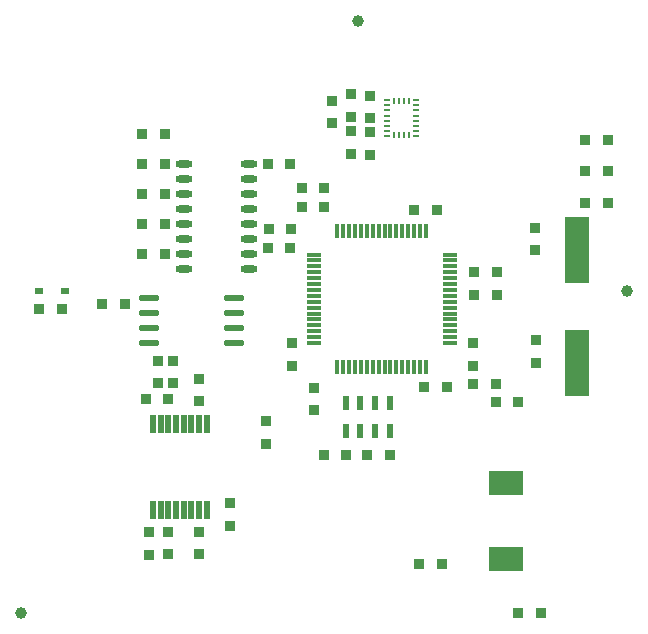
<source format=gtp>
G04*
G04 #@! TF.GenerationSoftware,Altium Limited,Altium Designer,20.2.6 (244)*
G04*
G04 Layer_Color=8421504*
%FSLAX44Y44*%
%MOMM*%
G71*
G04*
G04 #@! TF.SameCoordinates,D8BAA703-6470-441F-A09B-1F1B88CACBC1*
G04*
G04*
G04 #@! TF.FilePolarity,Positive*
G04*
G01*
G75*
G04:AMPARAMS|DCode=17|XSize=1.61mm|YSize=0.58mm|CornerRadius=0.145mm|HoleSize=0mm|Usage=FLASHONLY|Rotation=180.000|XOffset=0mm|YOffset=0mm|HoleType=Round|Shape=RoundedRectangle|*
%AMROUNDEDRECTD17*
21,1,1.6100,0.2900,0,0,180.0*
21,1,1.3200,0.5800,0,0,180.0*
1,1,0.2900,-0.6600,0.1450*
1,1,0.2900,0.6600,0.1450*
1,1,0.2900,0.6600,-0.1450*
1,1,0.2900,-0.6600,-0.1450*
%
%ADD17ROUNDEDRECTD17*%
%ADD18R,0.3000X1.2000*%
%ADD19R,1.2000X0.3000*%
%ADD20R,3.0000X2.0000*%
%ADD21R,0.5000X1.6500*%
%ADD22R,0.9000X0.9000*%
%ADD23R,0.5300X1.3100*%
%ADD24O,1.4500X0.6000*%
%ADD25R,0.5300X0.2800*%
%ADD26R,0.2800X0.5300*%
%ADD27R,0.8000X0.5000*%
%ADD28R,2.1000X5.6000*%
%ADD29R,0.9000X0.9000*%
%ADD30C,1.0000*%
D17*
X142950Y287950D02*
D03*
Y300650D02*
D03*
Y313350D02*
D03*
Y326050D02*
D03*
X215050D02*
D03*
Y313350D02*
D03*
Y300650D02*
D03*
Y287950D02*
D03*
D18*
X377500Y267500D02*
D03*
X372501D02*
D03*
X367501D02*
D03*
X362500D02*
D03*
X357501D02*
D03*
X352500D02*
D03*
X347500D02*
D03*
X342501D02*
D03*
X337500D02*
D03*
X332501D02*
D03*
X327500D02*
D03*
X322500D02*
D03*
X317501D02*
D03*
X312500D02*
D03*
X307501D02*
D03*
X302501D02*
D03*
Y382500D02*
D03*
X307501D02*
D03*
X312500D02*
D03*
X317501D02*
D03*
X322500D02*
D03*
X327500D02*
D03*
X332501D02*
D03*
X337500D02*
D03*
X342501D02*
D03*
X347500D02*
D03*
X352500D02*
D03*
X357501D02*
D03*
X362500D02*
D03*
X367501D02*
D03*
X372501D02*
D03*
X377500D02*
D03*
D19*
X282501Y287500D02*
D03*
Y292500D02*
D03*
Y297500D02*
D03*
Y302500D02*
D03*
Y307500D02*
D03*
Y312500D02*
D03*
Y317500D02*
D03*
Y322500D02*
D03*
Y327500D02*
D03*
Y332500D02*
D03*
Y337500D02*
D03*
Y342500D02*
D03*
Y347500D02*
D03*
Y352500D02*
D03*
Y357500D02*
D03*
Y362500D02*
D03*
X397501D02*
D03*
Y357500D02*
D03*
Y352500D02*
D03*
Y347500D02*
D03*
Y342500D02*
D03*
Y337500D02*
D03*
Y332500D02*
D03*
Y327500D02*
D03*
Y322500D02*
D03*
Y317500D02*
D03*
Y312500D02*
D03*
Y307500D02*
D03*
Y302500D02*
D03*
Y297500D02*
D03*
Y292500D02*
D03*
Y287500D02*
D03*
D20*
X445516Y168906D02*
D03*
Y104906D02*
D03*
D21*
X146501Y146520D02*
D03*
X153000D02*
D03*
X159501D02*
D03*
X166000D02*
D03*
X172500D02*
D03*
X179000D02*
D03*
X185501D02*
D03*
X192001D02*
D03*
X146501Y219020D02*
D03*
X153000D02*
D03*
X159501D02*
D03*
X166000D02*
D03*
X172500D02*
D03*
X179000D02*
D03*
X185501D02*
D03*
X192001D02*
D03*
D22*
X371754Y100838D02*
D03*
X390754D02*
D03*
X474828Y58674D02*
D03*
X455828D02*
D03*
X272500Y402520D02*
D03*
X291501D02*
D03*
X272500Y419000D02*
D03*
X291500D02*
D03*
X436848Y238017D02*
D03*
X455848D02*
D03*
X417501Y252563D02*
D03*
X436501D02*
D03*
X531340Y406400D02*
D03*
X512340D02*
D03*
X531340Y433070D02*
D03*
X512340D02*
D03*
X531340Y459740D02*
D03*
X512340D02*
D03*
X386501Y400520D02*
D03*
X367501D02*
D03*
X376000Y250000D02*
D03*
X395000D02*
D03*
X159501Y240520D02*
D03*
X140500D02*
D03*
X137210Y439420D02*
D03*
X156210D02*
D03*
X291000Y193000D02*
D03*
X310000D02*
D03*
X347000Y193000D02*
D03*
X328000D02*
D03*
X69000Y316000D02*
D03*
X50000D02*
D03*
X156210Y464820D02*
D03*
X137210D02*
D03*
X156210Y414020D02*
D03*
X137210D02*
D03*
X262840Y439420D02*
D03*
X243840D02*
D03*
X137210Y388620D02*
D03*
X156210D02*
D03*
X137210Y363220D02*
D03*
X156210D02*
D03*
X262500Y368000D02*
D03*
X243500D02*
D03*
X244500Y384000D02*
D03*
X263500D02*
D03*
X122500Y321000D02*
D03*
X103500D02*
D03*
D23*
X309500Y213000D02*
D03*
Y237000D02*
D03*
X322000Y213000D02*
D03*
X334500D02*
D03*
X347000D02*
D03*
Y237000D02*
D03*
X334500D02*
D03*
X322000D02*
D03*
D24*
X173000Y439400D02*
D03*
Y426700D02*
D03*
Y414000D02*
D03*
Y401300D02*
D03*
Y388600D02*
D03*
Y375900D02*
D03*
Y363200D02*
D03*
Y350500D02*
D03*
X227500Y439400D02*
D03*
Y426700D02*
D03*
Y414000D02*
D03*
Y401300D02*
D03*
Y388600D02*
D03*
Y375900D02*
D03*
Y363200D02*
D03*
Y350500D02*
D03*
D25*
X344800Y467250D02*
D03*
Y471550D02*
D03*
Y475850D02*
D03*
Y480150D02*
D03*
Y484450D02*
D03*
Y488750D02*
D03*
Y493050D02*
D03*
X369200D02*
D03*
Y488750D02*
D03*
Y484450D02*
D03*
Y480150D02*
D03*
Y475850D02*
D03*
Y471550D02*
D03*
Y467250D02*
D03*
Y462950D02*
D03*
X344800D02*
D03*
D26*
X350550Y492700D02*
D03*
X354850D02*
D03*
X359150D02*
D03*
X363450D02*
D03*
Y463300D02*
D03*
X359150D02*
D03*
X354850D02*
D03*
X350550D02*
D03*
D27*
X72000Y332000D02*
D03*
X50000D02*
D03*
D28*
X505793Y366020D02*
D03*
Y271020D02*
D03*
D29*
X418501Y328520D02*
D03*
Y347520D02*
D03*
X437500Y328520D02*
D03*
Y347520D02*
D03*
X470500Y271020D02*
D03*
Y290020D02*
D03*
X469501Y366020D02*
D03*
Y385020D02*
D03*
X282501Y230520D02*
D03*
Y249520D02*
D03*
X185501Y238520D02*
D03*
Y257520D02*
D03*
X264501Y268520D02*
D03*
Y287520D02*
D03*
X417501Y268520D02*
D03*
Y287520D02*
D03*
X143000Y108500D02*
D03*
Y127500D02*
D03*
X212000Y152000D02*
D03*
Y133000D02*
D03*
X159500Y108562D02*
D03*
Y127563D02*
D03*
X185501Y108562D02*
D03*
Y127563D02*
D03*
X314000Y448000D02*
D03*
Y467000D02*
D03*
Y498000D02*
D03*
Y479000D02*
D03*
X330000Y497000D02*
D03*
Y478000D02*
D03*
Y447000D02*
D03*
Y466000D02*
D03*
X297674Y473500D02*
D03*
Y492500D02*
D03*
X242000Y221500D02*
D03*
Y202500D02*
D03*
X151000Y253500D02*
D03*
Y272500D02*
D03*
X163000D02*
D03*
Y253500D02*
D03*
D30*
X35000Y59000D02*
D03*
X548000Y332000D02*
D03*
X320000Y560000D02*
D03*
M02*

</source>
